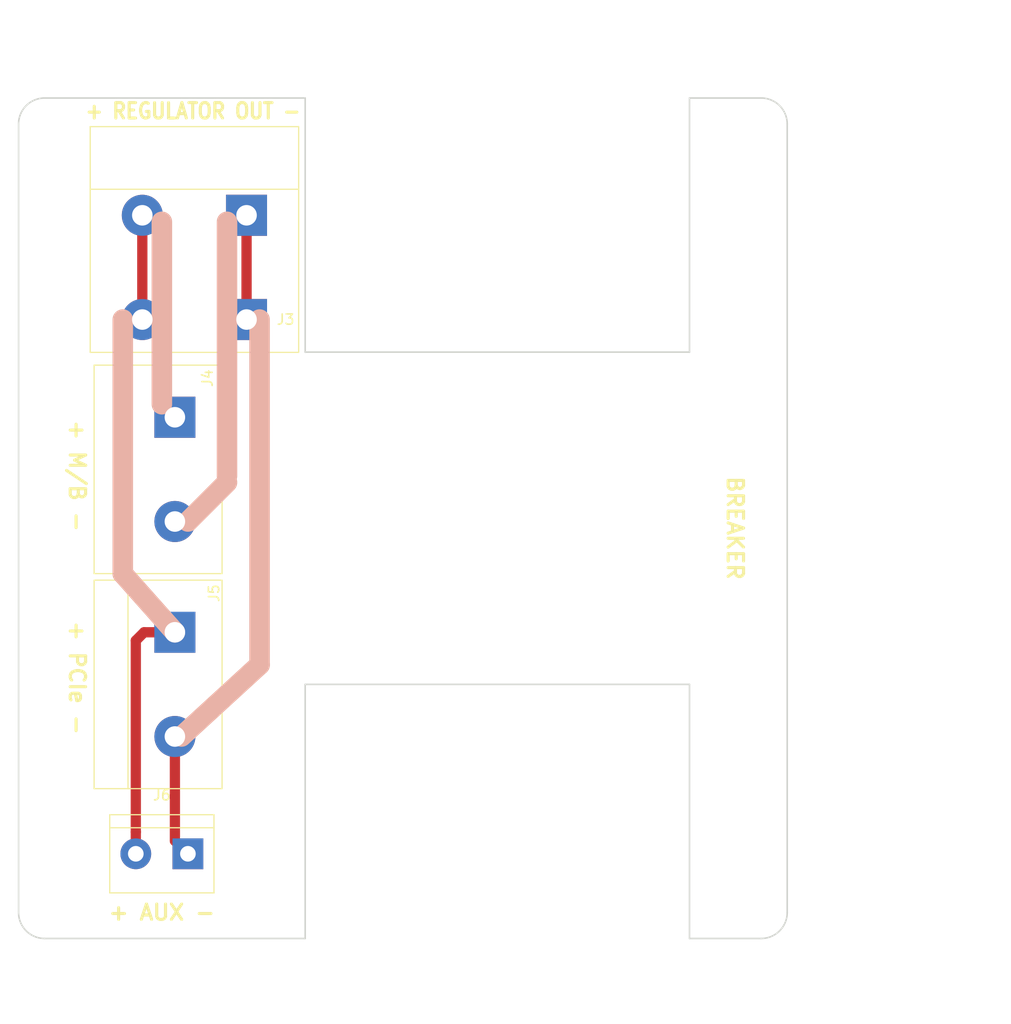
<source format=kicad_pcb>
(kicad_pcb (version 20171130) (host pcbnew 5.1.2)

  (general
    (thickness 1.6)
    (drawings 32)
    (tracks 8)
    (zones 0)
    (modules 8)
    (nets 5)
  )

  (page A4)
  (layers
    (0 F.Cu signal)
    (31 B.Cu signal)
    (32 B.Adhes user)
    (33 F.Adhes user)
    (34 B.Paste user)
    (35 F.Paste user)
    (36 B.SilkS user)
    (37 F.SilkS user)
    (38 B.Mask user)
    (39 F.Mask user)
    (40 Dwgs.User user)
    (41 Cmts.User user)
    (42 Eco1.User user)
    (43 Eco2.User user)
    (44 Edge.Cuts user)
    (45 Margin user)
    (46 B.CrtYd user)
    (47 F.CrtYd user)
    (48 B.Fab user)
    (49 F.Fab user)
  )

  (setup
    (last_trace_width 1)
    (trace_clearance 0.2)
    (zone_clearance 0.508)
    (zone_45_only no)
    (trace_min 0.2)
    (via_size 0.8)
    (via_drill 0.4)
    (via_min_size 0.4)
    (via_min_drill 0.3)
    (uvia_size 0.3)
    (uvia_drill 0.1)
    (uvias_allowed no)
    (uvia_min_size 0.2)
    (uvia_min_drill 0.1)
    (edge_width 0.15)
    (segment_width 0.2)
    (pcb_text_width 0.3)
    (pcb_text_size 1.5 1.5)
    (mod_edge_width 0.15)
    (mod_text_size 1 1)
    (mod_text_width 0.15)
    (pad_size 1.99898 1.99898)
    (pad_drill 0)
    (pad_to_mask_clearance 0.051)
    (solder_mask_min_width 0.25)
    (aux_axis_origin 0 0)
    (visible_elements FFFFFF7F)
    (pcbplotparams
      (layerselection 0x010f0_ffffffff)
      (usegerberextensions true)
      (usegerberattributes false)
      (usegerberadvancedattributes false)
      (creategerberjobfile false)
      (excludeedgelayer true)
      (linewidth 0.100000)
      (plotframeref false)
      (viasonmask false)
      (mode 1)
      (useauxorigin false)
      (hpglpennumber 1)
      (hpglpenspeed 20)
      (hpglpendiameter 15.000000)
      (psnegative false)
      (psa4output false)
      (plotreference true)
      (plotvalue true)
      (plotinvisibletext false)
      (padsonsilk false)
      (subtractmaskfromsilk true)
      (outputformat 1)
      (mirror false)
      (drillshape 0)
      (scaleselection 1)
      (outputdirectory ""))
  )

  (net 0 "")
  (net 1 "Net-(J3-Pad2)")
  (net 2 "Net-(J3-Pad1)")
  (net 3 "Net-(J5-Pad1)")
  (net 4 "Net-(J5-Pad2)")

  (net_class Default "これはデフォルトのネット クラスです。"
    (clearance 0.2)
    (trace_width 1)
    (via_dia 0.8)
    (via_drill 0.4)
    (uvia_dia 0.3)
    (uvia_drill 0.1)
    (add_net "Net-(J3-Pad1)")
    (add_net "Net-(J3-Pad2)")
    (add_net "Net-(J5-Pad1)")
    (add_net "Net-(J5-Pad2)")
  )

  (module lib:TerminalBlock_P10.16mm (layer F.Cu) (tedit 5C924CC8) (tstamp 5CA7AF76)
    (at 156.845 69.215 180)
    (descr "simple 2-pin terminal block, pitch 5.08mm, revamped version of bornier2")
    (tags "terminal block bornier2")
    (path /5CA5978F)
    (fp_text reference J3 (at -3.81 -10.16 180) (layer F.SilkS)
      (effects (font (size 1 1) (thickness 0.15)))
    )
    (fp_text value Conn_01x02 (at 5.08 6.985 180) (layer F.Fab)
      (effects (font (size 1 1) (thickness 0.15)))
    )
    (fp_line (start -5.08 8.64) (end 15.24 8.64) (layer F.SilkS) (width 0.12))
    (fp_line (start -5.08 -13.335) (end -5.08 8.64) (layer F.SilkS) (width 0.12))
    (fp_line (start 15.24 -13.36) (end -5.08 -13.36) (layer F.SilkS) (width 0.12))
    (fp_line (start 15.24 8.64) (end 15.24 -13.335) (layer F.SilkS) (width 0.12))
    (fp_line (start 15.24 2.54) (end -5.08 2.54) (layer F.SilkS) (width 0.12))
    (fp_text user %R (at -1.905 -13.97 180) (layer F.Fab)
      (effects (font (size 1 1) (thickness 0.15)))
    )
    (pad 2 thru_hole circle (at 10.16 0 180) (size 4 4) (drill 2) (layers *.Cu *.Mask)
      (net 1 "Net-(J3-Pad2)"))
    (pad 1 thru_hole rect (at 0 0 180) (size 4 4) (drill 2) (layers *.Cu *.Mask)
      (net 2 "Net-(J3-Pad1)"))
    (pad 1 thru_hole rect (at 0 -10.16 180) (size 4 4) (drill 2) (layers *.Cu *.Mask)
      (net 2 "Net-(J3-Pad1)"))
    (pad 2 thru_hole circle (at 10.16 -10.16 180) (size 4 4) (drill 2) (layers *.Cu *.Mask)
      (net 1 "Net-(J3-Pad2)"))
    (model ${KISYS3DMOD}/TerminalBlock.3dshapes/TerminalBlock_bornier-2_P5.08mm.wrl
      (offset (xyz 2.539999961853027 0 0))
      (scale (xyz 1 1 1))
      (rotate (xyz 0 0 0))
    )
  )

  (module MountingHole:MountingHole_2.5mm (layer F.Cu) (tedit 5C924DCF) (tstamp 5D11F01B)
    (at 207.01 60.325 270)
    (descr "Mounting Hole 2.5mm, no annular")
    (tags "mounting hole 2.5mm no annular")
    (attr virtual)
    (fp_text reference REF** (at 0 -3.5 90) (layer F.SilkS) hide
      (effects (font (size 1 1) (thickness 0.15)))
    )
    (fp_text value MountingHole_2.5mm (at 0 3.5 90) (layer F.Fab)
      (effects (font (size 1 1) (thickness 0.15)))
    )
    (fp_circle (center 0 0) (end 2.75 0) (layer F.CrtYd) (width 0.05))
    (fp_circle (center 0 0) (end 2.5 0) (layer Cmts.User) (width 0.15))
    (fp_text user %R (at 0.3 0 90) (layer F.Fab)
      (effects (font (size 1 1) (thickness 0.15)))
    )
    (pad 1 np_thru_hole circle (at 0 0 270) (size 2.5 2.5) (drill 2.5) (layers *.Cu *.Mask))
  )

  (module MountingHole:MountingHole_2.5mm (layer F.Cu) (tedit 5C924DCF) (tstamp 5D11F00D)
    (at 207.01 137.16 270)
    (descr "Mounting Hole 2.5mm, no annular")
    (tags "mounting hole 2.5mm no annular")
    (attr virtual)
    (fp_text reference REF** (at 0 -3.5 90) (layer F.SilkS) hide
      (effects (font (size 1 1) (thickness 0.15)))
    )
    (fp_text value MountingHole_2.5mm (at 0 3.5 90) (layer F.Fab)
      (effects (font (size 1 1) (thickness 0.15)))
    )
    (fp_text user %R (at 0.3 0 90) (layer F.Fab)
      (effects (font (size 1 1) (thickness 0.15)))
    )
    (fp_circle (center 0 0) (end 2.5 0) (layer Cmts.User) (width 0.15))
    (fp_circle (center 0 0) (end 2.75 0) (layer F.CrtYd) (width 0.05))
    (pad 1 np_thru_hole circle (at 0 0 270) (size 2.5 2.5) (drill 2.5) (layers *.Cu *.Mask))
  )

  (module MountingHole:MountingHole_2.5mm (layer F.Cu) (tedit 5C924DCF) (tstamp 5C92833F)
    (at 137.16 60.325 270)
    (descr "Mounting Hole 2.5mm, no annular")
    (tags "mounting hole 2.5mm no annular")
    (attr virtual)
    (fp_text reference REF** (at 0 -3.5 90) (layer F.SilkS) hide
      (effects (font (size 1 1) (thickness 0.15)))
    )
    (fp_text value MountingHole_2.5mm (at 0 3.5 90) (layer F.Fab)
      (effects (font (size 1 1) (thickness 0.15)))
    )
    (fp_circle (center 0 0) (end 2.75 0) (layer F.CrtYd) (width 0.05))
    (fp_circle (center 0 0) (end 2.5 0) (layer Cmts.User) (width 0.15))
    (fp_text user %R (at 0.3 0 90) (layer F.Fab)
      (effects (font (size 1 1) (thickness 0.15)))
    )
    (pad 1 np_thru_hole circle (at 0 0 270) (size 2.5 2.5) (drill 2.5) (layers *.Cu *.Mask))
  )

  (module MountingHole:MountingHole_2.5mm (layer F.Cu) (tedit 5C924DCF) (tstamp 5C927FE5)
    (at 137.16 137.16 270)
    (descr "Mounting Hole 2.5mm, no annular")
    (tags "mounting hole 2.5mm no annular")
    (attr virtual)
    (fp_text reference REF** (at 0 -3.5 90) (layer F.SilkS) hide
      (effects (font (size 1 1) (thickness 0.15)))
    )
    (fp_text value MountingHole_2.5mm (at 0 3.5 90) (layer F.Fab)
      (effects (font (size 1 1) (thickness 0.15)))
    )
    (fp_text user %R (at 0.3 -1.27 90) (layer F.Fab)
      (effects (font (size 1 1) (thickness 0.15)))
    )
    (fp_circle (center 0 0) (end 2.5 0) (layer Cmts.User) (width 0.15))
    (fp_circle (center 0 0) (end 2.75 0) (layer F.CrtYd) (width 0.05))
    (pad 1 np_thru_hole circle (at 0 0 270) (size 2.5 2.5) (drill 2.5) (layers *.Cu *.Mask))
  )

  (module lib:TerminalBlock_P9.5mm (layer F.Cu) (tedit 5D1230B8) (tstamp 5D123457)
    (at 149.86 88.9 270)
    (descr "simple 2-pin terminal block, pitch 5.08mm, revamped version of bornier2")
    (tags "terminal block bornier2")
    (path /5CA59797)
    (fp_text reference J4 (at -3.81 -3.175 90) (layer F.SilkS)
      (effects (font (size 1 1) (thickness 0.15)))
    )
    (fp_text value Conn_01x02 (at 5.715 6.35 90) (layer F.Fab)
      (effects (font (size 1 1) (thickness 0.15)))
    )
    (fp_line (start -5.08 7.874) (end 15.24 7.874) (layer F.SilkS) (width 0.12))
    (fp_line (start -5.08 -4.6) (end -5.08 7.85) (layer F.SilkS) (width 0.12))
    (fp_line (start 15.24 -4.6) (end -5.08 -4.6) (layer F.SilkS) (width 0.12))
    (fp_line (start 15.24 7.878) (end 15.24 -4.572) (layer F.SilkS) (width 0.12))
    (fp_line (start 15.24 4.572) (end -5.08 4.572) (layer F.SilkS) (width 0.12))
    (fp_text user %R (at -3.81 -3.175 90) (layer F.Fab)
      (effects (font (size 1 1) (thickness 0.15)))
    )
    (pad 2 thru_hole circle (at 10.16 0 270) (size 4 4) (drill 2) (layers *.Cu *.Mask))
    (pad 1 thru_hole rect (at 0 0 270) (size 4 4) (drill 2) (layers *.Cu *.Mask))
    (model ${KISYS3DMOD}/TerminalBlock.3dshapes/TerminalBlock_bornier-2_P5.08mm.wrl
      (offset (xyz 2.539999961853027 0 0))
      (scale (xyz 1 1 1))
      (rotate (xyz 0 0 0))
    )
  )

  (module lib:TerminalBlock_P9.5mm (layer F.Cu) (tedit 5D1230B8) (tstamp 5D123462)
    (at 149.86 109.855 270)
    (descr "simple 2-pin terminal block, pitch 5.08mm, revamped version of bornier2")
    (tags "terminal block bornier2")
    (path /5CA597C1)
    (fp_text reference J5 (at -3.81 -3.81 90) (layer F.SilkS)
      (effects (font (size 1 1) (thickness 0.15)))
    )
    (fp_text value Conn_01x02 (at 4.445 6.35 90) (layer F.Fab)
      (effects (font (size 1 1) (thickness 0.15)))
    )
    (fp_text user %R (at -3.81 -3.175 90) (layer F.Fab)
      (effects (font (size 1 1) (thickness 0.15)))
    )
    (fp_line (start 15.24 4.572) (end -5.08 4.572) (layer F.SilkS) (width 0.12))
    (fp_line (start 15.24 7.878) (end 15.24 -4.572) (layer F.SilkS) (width 0.12))
    (fp_line (start 15.24 -4.6) (end -5.08 -4.6) (layer F.SilkS) (width 0.12))
    (fp_line (start -5.08 -4.6) (end -5.08 7.85) (layer F.SilkS) (width 0.12))
    (fp_line (start -5.08 7.874) (end 15.24 7.874) (layer F.SilkS) (width 0.12))
    (pad 1 thru_hole rect (at 0 0 270) (size 4 4) (drill 2) (layers *.Cu *.Mask)
      (net 3 "Net-(J5-Pad1)"))
    (pad 2 thru_hole circle (at 10.16 0 270) (size 4 4) (drill 2) (layers *.Cu *.Mask)
      (net 4 "Net-(J5-Pad2)"))
    (model ${KISYS3DMOD}/TerminalBlock.3dshapes/TerminalBlock_bornier-2_P5.08mm.wrl
      (offset (xyz 2.539999961853027 0 0))
      (scale (xyz 1 1 1))
      (rotate (xyz 0 0 0))
    )
  )

  (module TerminalBlock:TerminalBlock_bornier-2_P5.08mm (layer F.Cu) (tedit 59FF03AB) (tstamp 5D12424F)
    (at 151.13 131.445 180)
    (descr "simple 2-pin terminal block, pitch 5.08mm, revamped version of bornier2")
    (tags "terminal block bornier2")
    (path /5D123D0B)
    (fp_text reference J6 (at 2.54 5.715) (layer F.SilkS)
      (effects (font (size 1 1) (thickness 0.15)))
    )
    (fp_text value Conn_01x02 (at 2.54 5.08) (layer F.Fab)
      (effects (font (size 1 1) (thickness 0.15)))
    )
    (fp_text user %R (at 2.54 0) (layer F.Fab)
      (effects (font (size 1 1) (thickness 0.15)))
    )
    (fp_line (start -2.41 2.55) (end 7.49 2.55) (layer F.Fab) (width 0.1))
    (fp_line (start -2.46 -3.75) (end -2.46 3.75) (layer F.Fab) (width 0.1))
    (fp_line (start -2.46 3.75) (end 7.54 3.75) (layer F.Fab) (width 0.1))
    (fp_line (start 7.54 3.75) (end 7.54 -3.75) (layer F.Fab) (width 0.1))
    (fp_line (start 7.54 -3.75) (end -2.46 -3.75) (layer F.Fab) (width 0.1))
    (fp_line (start 7.62 2.54) (end -2.54 2.54) (layer F.SilkS) (width 0.12))
    (fp_line (start 7.62 3.81) (end 7.62 -3.81) (layer F.SilkS) (width 0.12))
    (fp_line (start 7.62 -3.81) (end -2.54 -3.81) (layer F.SilkS) (width 0.12))
    (fp_line (start -2.54 -3.81) (end -2.54 3.81) (layer F.SilkS) (width 0.12))
    (fp_line (start -2.54 3.81) (end 7.62 3.81) (layer F.SilkS) (width 0.12))
    (fp_line (start -2.71 -4) (end 7.79 -4) (layer F.CrtYd) (width 0.05))
    (fp_line (start -2.71 -4) (end -2.71 4) (layer F.CrtYd) (width 0.05))
    (fp_line (start 7.79 4) (end 7.79 -4) (layer F.CrtYd) (width 0.05))
    (fp_line (start 7.79 4) (end -2.71 4) (layer F.CrtYd) (width 0.05))
    (pad 1 thru_hole rect (at 0 0 180) (size 3 3) (drill 1.52) (layers *.Cu *.Mask)
      (net 4 "Net-(J5-Pad2)"))
    (pad 2 thru_hole circle (at 5.08 0 180) (size 3 3) (drill 1.52) (layers *.Cu *.Mask)
      (net 3 "Net-(J5-Pad1)"))
    (model ${KISYS3DMOD}/TerminalBlock.3dshapes/TerminalBlock_bornier-2_P5.08mm.wrl
      (offset (xyz 2.539999961853027 0 0))
      (scale (xyz 1 1 1))
      (rotate (xyz 0 0 0))
    )
  )

  (gr_line (start 144.78 79.375) (end 144.78 104.14) (layer B.SilkS) (width 2) (tstamp 5D2DE790))
  (gr_line (start 148.59 69.85) (end 148.59 87.63) (layer B.SilkS) (width 2) (tstamp 5D2DE77F))
  (gr_line (start 154.94 95.25) (end 151.13 99.06) (layer B.SilkS) (width 2) (tstamp 5D2DE757))
  (gr_line (start 154.94 69.85) (end 154.94 94.615) (layer B.SilkS) (width 2) (tstamp 5D2DE74E))
  (gr_line (start 158.115 113.03) (end 150.495 120.015) (layer B.SilkS) (width 2))
  (gr_line (start 158.115 79.375) (end 158.115 113.03) (layer B.SilkS) (width 2))
  (gr_line (start 144.78 104.14) (end 149.86 109.855) (layer B.SilkS) (width 2))
  (dimension 32.385 (width 0.15) (layer Cmts.User)
    (gr_text "32.385 mm" (at 219.74 98.7425 270) (layer Cmts.User)
      (effects (font (size 1 1) (thickness 0.15)))
    )
    (feature1 (pts (xy 213.995 114.935) (xy 219.026421 114.935)))
    (feature2 (pts (xy 213.995 82.55) (xy 219.026421 82.55)))
    (crossbar (pts (xy 218.44 82.55) (xy 218.44 114.935)))
    (arrow1a (pts (xy 218.44 114.935) (xy 217.853579 113.808496)))
    (arrow1b (pts (xy 218.44 114.935) (xy 219.026421 113.808496)))
    (arrow2a (pts (xy 218.44 82.55) (xy 217.853579 83.676504)))
    (arrow2b (pts (xy 218.44 82.55) (xy 219.026421 83.676504)))
  )
  (gr_line (start 200.025 139.7) (end 207.01 139.7) (layer Edge.Cuts) (width 0.15) (tstamp 5D2DE587))
  (gr_line (start 200.025 139.7) (end 200.025 114.935) (layer Edge.Cuts) (width 0.15) (tstamp 5D2DE583))
  (gr_line (start 209.55 137.16) (end 209.55 60.325) (layer Edge.Cuts) (width 0.15) (tstamp 5D2DE528))
  (gr_line (start 200.025 57.785) (end 207.01 57.785) (layer Edge.Cuts) (width 0.15) (tstamp 5D2DE524))
  (gr_line (start 200.025 82.55) (end 200.025 57.785) (layer Edge.Cuts) (width 0.15) (tstamp 5D2DE4F3))
  (gr_line (start 162.56 82.55) (end 162.56 57.785) (layer Edge.Cuts) (width 0.15) (tstamp 5D11FFA1))
  (gr_line (start 162.56 114.935) (end 162.56 139.7) (layer Edge.Cuts) (width 0.15) (tstamp 5D11FF0D))
  (gr_text BREAKER (at 204.47 99.695 -90) (layer F.SilkS) (tstamp 5D11FECD)
    (effects (font (size 1.5 1.5) (thickness 0.3)))
  )
  (dimension 81.915 (width 0.3) (layer Cmts.User) (tstamp 5D11E7C2)
    (gr_text "81.915 mm" (at 229.43 98.7425 270) (layer Cmts.User) (tstamp 5D11E7C2)
      (effects (font (size 1.5 1.5) (thickness 0.3)))
    )
    (feature1 (pts (xy 224.155 139.7) (xy 227.916421 139.7)))
    (feature2 (pts (xy 224.155 57.785) (xy 227.916421 57.785)))
    (crossbar (pts (xy 227.33 57.785) (xy 227.33 139.7)))
    (arrow1a (pts (xy 227.33 139.7) (xy 226.743579 138.573496)))
    (arrow1b (pts (xy 227.33 139.7) (xy 227.916421 138.573496)))
    (arrow2a (pts (xy 227.33 57.785) (xy 226.743579 58.911504)))
    (arrow2b (pts (xy 227.33 57.785) (xy 227.916421 58.911504)))
  )
  (gr_line (start 200.025 82.55) (end 162.56 82.55) (layer Edge.Cuts) (width 0.15) (tstamp 5D11E672))
  (gr_line (start 200.025 114.935) (end 162.56 114.935) (layer Edge.Cuts) (width 0.15) (tstamp 5D11E635))
  (gr_text "+ AUX -" (at 148.59 137.16) (layer F.SilkS) (tstamp 5CA5B69B)
    (effects (font (size 1.5 1.5) (thickness 0.3)))
  )
  (gr_text " + REGULATOR OUT -" (at 151.13 59.055) (layer F.SilkS)
    (effects (font (size 1.5 1.3) (thickness 0.3)))
  )
  (gr_text "+ PCIe -" (at 140.335 114.3 -90) (layer F.SilkS)
    (effects (font (size 1.5 1.5) (thickness 0.3)))
  )
  (gr_text "+ M/B -" (at 140.335 94.615 -90) (layer F.SilkS)
    (effects (font (size 1.5 1.5) (thickness 0.3)))
  )
  (dimension 74.93 (width 0.3) (layer Cmts.User)
    (gr_text "74.930 mm" (at 172.085 149.42) (layer Cmts.User)
      (effects (font (size 1.5 1.5) (thickness 0.3)))
    )
    (feature1 (pts (xy 134.62 144.78) (xy 134.62 147.906421)))
    (feature2 (pts (xy 209.55 144.78) (xy 209.55 147.906421)))
    (crossbar (pts (xy 209.55 147.32) (xy 134.62 147.32)))
    (arrow1a (pts (xy 134.62 147.32) (xy 135.746504 146.733579)))
    (arrow1b (pts (xy 134.62 147.32) (xy 135.746504 147.906421)))
    (arrow2a (pts (xy 209.55 147.32) (xy 208.423496 146.733579)))
    (arrow2b (pts (xy 209.55 147.32) (xy 208.423496 147.906421)))
  )
  (gr_arc (start 137.16 60.325) (end 137.16 57.785) (angle -90) (layer Edge.Cuts) (width 0.15))
  (gr_arc (start 137.16 137.16) (end 134.62 137.16) (angle -90) (layer Edge.Cuts) (width 0.15))
  (dimension 37.465 (width 0.3) (layer Cmts.User)
    (gr_text "37.465 mm" (at 181.2925 49.335) (layer Cmts.User) (tstamp 5D2DE63C)
      (effects (font (size 1.5 1.5) (thickness 0.3)))
    )
    (feature1 (pts (xy 162.56 53.982474) (xy 162.56 50.848579)))
    (feature2 (pts (xy 200.025 53.982474) (xy 200.025 50.848579)))
    (crossbar (pts (xy 200.025 51.435) (xy 162.56 51.435)))
    (arrow1a (pts (xy 162.56 51.435) (xy 163.686504 50.848579)))
    (arrow1b (pts (xy 162.56 51.435) (xy 163.686504 52.021421)))
    (arrow2a (pts (xy 200.025 51.435) (xy 198.898496 50.848579)))
    (arrow2b (pts (xy 200.025 51.435) (xy 198.898496 52.021421)))
  )
  (gr_arc (start 207.01 60.325) (end 209.55 60.325) (angle -90) (layer Edge.Cuts) (width 0.15))
  (gr_arc (start 207.01 137.16) (end 207.01 139.7) (angle -90) (layer Edge.Cuts) (width 0.15))
  (gr_line (start 137.16 57.785) (end 162.56 57.785) (layer Edge.Cuts) (width 0.15))
  (gr_line (start 134.62 137.16) (end 134.62 60.325) (layer Edge.Cuts) (width 0.15))
  (gr_line (start 162.56 139.7) (end 137.16 139.7) (layer Edge.Cuts) (width 0.15))

  (segment (start 146.685 69.215) (end 146.685 79.375) (width 1) (layer F.Cu) (net 1))
  (segment (start 156.845 69.215) (end 156.845 79.375) (width 1) (layer F.Cu) (net 2))
  (segment (start 146.05 129.32368) (end 146.05 131.445) (width 1) (layer F.Cu) (net 3))
  (segment (start 146.05 110.665) (end 146.05 129.32368) (width 1) (layer F.Cu) (net 3))
  (segment (start 146.86 109.855) (end 146.05 110.665) (width 1) (layer F.Cu) (net 3))
  (segment (start 149.86 109.855) (end 146.86 109.855) (width 1) (layer F.Cu) (net 3))
  (segment (start 149.86 130.175) (end 151.13 131.445) (width 1) (layer F.Cu) (net 4))
  (segment (start 149.86 120.015) (end 149.86 130.175) (width 1) (layer F.Cu) (net 4))

)

</source>
